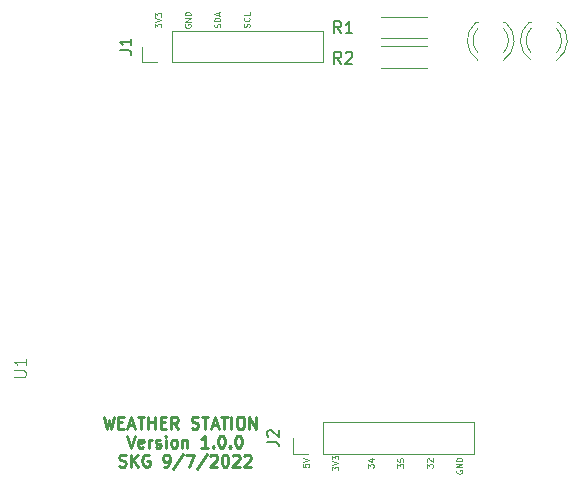
<source format=gto>
G04 #@! TF.GenerationSoftware,KiCad,Pcbnew,6.0.6-3a73a75311~116~ubuntu20.04.1*
G04 #@! TF.CreationDate,2022-07-12T00:27:28+03:00*
G04 #@! TF.ProjectId,weather_station_village,77656174-6865-4725-9f73-746174696f6e,rev?*
G04 #@! TF.SameCoordinates,Original*
G04 #@! TF.FileFunction,Legend,Top*
G04 #@! TF.FilePolarity,Positive*
%FSLAX46Y46*%
G04 Gerber Fmt 4.6, Leading zero omitted, Abs format (unit mm)*
G04 Created by KiCad (PCBNEW 6.0.6-3a73a75311~116~ubuntu20.04.1) date 2022-07-12 00:27:28*
%MOMM*%
%LPD*%
G01*
G04 APERTURE LIST*
%ADD10C,0.125000*%
%ADD11C,0.250000*%
%ADD12C,0.150000*%
%ADD13C,0.015000*%
%ADD14C,0.120000*%
%ADD15C,2.000000*%
%ADD16R,1.700000X1.700000*%
%ADD17O,1.700000X1.700000*%
%ADD18R,1.560000X1.560000*%
%ADD19C,1.560000*%
%ADD20C,1.400000*%
%ADD21O,1.400000X1.400000*%
%ADD22R,1.800000X1.800000*%
%ADD23C,1.800000*%
G04 APERTURE END LIST*
D10*
X4300000Y-19480952D02*
X4276190Y-19528571D01*
X4276190Y-19600000D01*
X4300000Y-19671428D01*
X4347619Y-19719047D01*
X4395238Y-19742857D01*
X4490476Y-19766666D01*
X4561904Y-19766666D01*
X4657142Y-19742857D01*
X4704761Y-19719047D01*
X4752380Y-19671428D01*
X4776190Y-19600000D01*
X4776190Y-19552380D01*
X4752380Y-19480952D01*
X4728571Y-19457142D01*
X4561904Y-19457142D01*
X4561904Y-19552380D01*
X4776190Y-19242857D02*
X4276190Y-19242857D01*
X4776190Y-18957142D01*
X4276190Y-18957142D01*
X4776190Y-18719047D02*
X4276190Y-18719047D01*
X4276190Y-18600000D01*
X4300000Y-18528571D01*
X4347619Y-18480952D01*
X4395238Y-18457142D01*
X4490476Y-18433333D01*
X4561904Y-18433333D01*
X4657142Y-18457142D01*
X4704761Y-18480952D01*
X4752380Y-18528571D01*
X4776190Y-18600000D01*
X4776190Y-18719047D01*
D11*
X-25580952Y-14942380D02*
X-25342857Y-15942380D01*
X-25152380Y-15228095D01*
X-24961904Y-15942380D01*
X-24723809Y-14942380D01*
X-24342857Y-15418571D02*
X-24009523Y-15418571D01*
X-23866666Y-15942380D02*
X-24342857Y-15942380D01*
X-24342857Y-14942380D01*
X-23866666Y-14942380D01*
X-23485714Y-15656666D02*
X-23009523Y-15656666D01*
X-23580952Y-15942380D02*
X-23247619Y-14942380D01*
X-22914285Y-15942380D01*
X-22723809Y-14942380D02*
X-22152380Y-14942380D01*
X-22438095Y-15942380D02*
X-22438095Y-14942380D01*
X-21819047Y-15942380D02*
X-21819047Y-14942380D01*
X-21819047Y-15418571D02*
X-21247619Y-15418571D01*
X-21247619Y-15942380D02*
X-21247619Y-14942380D01*
X-20771428Y-15418571D02*
X-20438095Y-15418571D01*
X-20295238Y-15942380D02*
X-20771428Y-15942380D01*
X-20771428Y-14942380D01*
X-20295238Y-14942380D01*
X-19295238Y-15942380D02*
X-19628571Y-15466190D01*
X-19866666Y-15942380D02*
X-19866666Y-14942380D01*
X-19485714Y-14942380D01*
X-19390476Y-14990000D01*
X-19342857Y-15037619D01*
X-19295238Y-15132857D01*
X-19295238Y-15275714D01*
X-19342857Y-15370952D01*
X-19390476Y-15418571D01*
X-19485714Y-15466190D01*
X-19866666Y-15466190D01*
X-18152380Y-15894761D02*
X-18009523Y-15942380D01*
X-17771428Y-15942380D01*
X-17676190Y-15894761D01*
X-17628571Y-15847142D01*
X-17580952Y-15751904D01*
X-17580952Y-15656666D01*
X-17628571Y-15561428D01*
X-17676190Y-15513809D01*
X-17771428Y-15466190D01*
X-17961904Y-15418571D01*
X-18057142Y-15370952D01*
X-18104761Y-15323333D01*
X-18152380Y-15228095D01*
X-18152380Y-15132857D01*
X-18104761Y-15037619D01*
X-18057142Y-14990000D01*
X-17961904Y-14942380D01*
X-17723809Y-14942380D01*
X-17580952Y-14990000D01*
X-17295238Y-14942380D02*
X-16723809Y-14942380D01*
X-17009523Y-15942380D02*
X-17009523Y-14942380D01*
X-16438095Y-15656666D02*
X-15961904Y-15656666D01*
X-16533333Y-15942380D02*
X-16199999Y-14942380D01*
X-15866666Y-15942380D01*
X-15676190Y-14942380D02*
X-15104761Y-14942380D01*
X-15390476Y-15942380D02*
X-15390476Y-14942380D01*
X-14771428Y-15942380D02*
X-14771428Y-14942380D01*
X-14104761Y-14942380D02*
X-13914285Y-14942380D01*
X-13819047Y-14990000D01*
X-13723809Y-15085238D01*
X-13676190Y-15275714D01*
X-13676190Y-15609047D01*
X-13723809Y-15799523D01*
X-13819047Y-15894761D01*
X-13914285Y-15942380D01*
X-14104761Y-15942380D01*
X-14200000Y-15894761D01*
X-14295238Y-15799523D01*
X-14342857Y-15609047D01*
X-14342857Y-15275714D01*
X-14295238Y-15085238D01*
X-14200000Y-14990000D01*
X-14104761Y-14942380D01*
X-13247619Y-15942380D02*
X-13247619Y-14942380D01*
X-12676190Y-15942380D01*
X-12676190Y-14942380D01*
X-23604761Y-16552380D02*
X-23271428Y-17552380D01*
X-22938095Y-16552380D01*
X-22223809Y-17504761D02*
X-22319047Y-17552380D01*
X-22509523Y-17552380D01*
X-22604761Y-17504761D01*
X-22652380Y-17409523D01*
X-22652380Y-17028571D01*
X-22604761Y-16933333D01*
X-22509523Y-16885714D01*
X-22319047Y-16885714D01*
X-22223809Y-16933333D01*
X-22176190Y-17028571D01*
X-22176190Y-17123809D01*
X-22652380Y-17219047D01*
X-21747619Y-17552380D02*
X-21747619Y-16885714D01*
X-21747619Y-17076190D02*
X-21700000Y-16980952D01*
X-21652380Y-16933333D01*
X-21557142Y-16885714D01*
X-21461904Y-16885714D01*
X-21176190Y-17504761D02*
X-21080952Y-17552380D01*
X-20890476Y-17552380D01*
X-20795238Y-17504761D01*
X-20747619Y-17409523D01*
X-20747619Y-17361904D01*
X-20795238Y-17266666D01*
X-20890476Y-17219047D01*
X-21033333Y-17219047D01*
X-21128571Y-17171428D01*
X-21176190Y-17076190D01*
X-21176190Y-17028571D01*
X-21128571Y-16933333D01*
X-21033333Y-16885714D01*
X-20890476Y-16885714D01*
X-20795238Y-16933333D01*
X-20319047Y-17552380D02*
X-20319047Y-16885714D01*
X-20319047Y-16552380D02*
X-20366666Y-16600000D01*
X-20319047Y-16647619D01*
X-20271428Y-16600000D01*
X-20319047Y-16552380D01*
X-20319047Y-16647619D01*
X-19700000Y-17552380D02*
X-19795238Y-17504761D01*
X-19842857Y-17457142D01*
X-19890476Y-17361904D01*
X-19890476Y-17076190D01*
X-19842857Y-16980952D01*
X-19795238Y-16933333D01*
X-19700000Y-16885714D01*
X-19557142Y-16885714D01*
X-19461904Y-16933333D01*
X-19414285Y-16980952D01*
X-19366666Y-17076190D01*
X-19366666Y-17361904D01*
X-19414285Y-17457142D01*
X-19461904Y-17504761D01*
X-19557142Y-17552380D01*
X-19700000Y-17552380D01*
X-18938095Y-16885714D02*
X-18938095Y-17552380D01*
X-18938095Y-16980952D02*
X-18890476Y-16933333D01*
X-18795238Y-16885714D01*
X-18652380Y-16885714D01*
X-18557142Y-16933333D01*
X-18509523Y-17028571D01*
X-18509523Y-17552380D01*
X-16747619Y-17552380D02*
X-17319047Y-17552380D01*
X-17033333Y-17552380D02*
X-17033333Y-16552380D01*
X-17128571Y-16695238D01*
X-17223809Y-16790476D01*
X-17319047Y-16838095D01*
X-16319047Y-17457142D02*
X-16271428Y-17504761D01*
X-16319047Y-17552380D01*
X-16366666Y-17504761D01*
X-16319047Y-17457142D01*
X-16319047Y-17552380D01*
X-15652380Y-16552380D02*
X-15557142Y-16552380D01*
X-15461904Y-16600000D01*
X-15414285Y-16647619D01*
X-15366666Y-16742857D01*
X-15319047Y-16933333D01*
X-15319047Y-17171428D01*
X-15366666Y-17361904D01*
X-15414285Y-17457142D01*
X-15461904Y-17504761D01*
X-15557142Y-17552380D01*
X-15652380Y-17552380D01*
X-15747619Y-17504761D01*
X-15795238Y-17457142D01*
X-15842857Y-17361904D01*
X-15890476Y-17171428D01*
X-15890476Y-16933333D01*
X-15842857Y-16742857D01*
X-15795238Y-16647619D01*
X-15747619Y-16600000D01*
X-15652380Y-16552380D01*
X-14890476Y-17457142D02*
X-14842857Y-17504761D01*
X-14890476Y-17552380D01*
X-14938095Y-17504761D01*
X-14890476Y-17457142D01*
X-14890476Y-17552380D01*
X-14223809Y-16552380D02*
X-14128571Y-16552380D01*
X-14033333Y-16600000D01*
X-13985714Y-16647619D01*
X-13938095Y-16742857D01*
X-13890476Y-16933333D01*
X-13890476Y-17171428D01*
X-13938095Y-17361904D01*
X-13985714Y-17457142D01*
X-14033333Y-17504761D01*
X-14128571Y-17552380D01*
X-14223809Y-17552380D01*
X-14319047Y-17504761D01*
X-14366666Y-17457142D01*
X-14414285Y-17361904D01*
X-14461904Y-17171428D01*
X-14461904Y-16933333D01*
X-14414285Y-16742857D01*
X-14366666Y-16647619D01*
X-14319047Y-16600000D01*
X-14223809Y-16552380D01*
X-24271428Y-19114761D02*
X-24128571Y-19162380D01*
X-23890476Y-19162380D01*
X-23795238Y-19114761D01*
X-23747619Y-19067142D01*
X-23700000Y-18971904D01*
X-23700000Y-18876666D01*
X-23747619Y-18781428D01*
X-23795238Y-18733809D01*
X-23890476Y-18686190D01*
X-24080952Y-18638571D01*
X-24176190Y-18590952D01*
X-24223809Y-18543333D01*
X-24271428Y-18448095D01*
X-24271428Y-18352857D01*
X-24223809Y-18257619D01*
X-24176190Y-18210000D01*
X-24080952Y-18162380D01*
X-23842857Y-18162380D01*
X-23700000Y-18210000D01*
X-23271428Y-19162380D02*
X-23271428Y-18162380D01*
X-22700000Y-19162380D02*
X-23128571Y-18590952D01*
X-22700000Y-18162380D02*
X-23271428Y-18733809D01*
X-21747619Y-18210000D02*
X-21842857Y-18162380D01*
X-21985714Y-18162380D01*
X-22128571Y-18210000D01*
X-22223809Y-18305238D01*
X-22271428Y-18400476D01*
X-22319047Y-18590952D01*
X-22319047Y-18733809D01*
X-22271428Y-18924285D01*
X-22223809Y-19019523D01*
X-22128571Y-19114761D01*
X-21985714Y-19162380D01*
X-21890476Y-19162380D01*
X-21747619Y-19114761D01*
X-21700000Y-19067142D01*
X-21700000Y-18733809D01*
X-21890476Y-18733809D01*
X-20461904Y-19162380D02*
X-20271428Y-19162380D01*
X-20176190Y-19114761D01*
X-20128571Y-19067142D01*
X-20033333Y-18924285D01*
X-19985714Y-18733809D01*
X-19985714Y-18352857D01*
X-20033333Y-18257619D01*
X-20080952Y-18210000D01*
X-20176190Y-18162380D01*
X-20366666Y-18162380D01*
X-20461904Y-18210000D01*
X-20509523Y-18257619D01*
X-20557142Y-18352857D01*
X-20557142Y-18590952D01*
X-20509523Y-18686190D01*
X-20461904Y-18733809D01*
X-20366666Y-18781428D01*
X-20176190Y-18781428D01*
X-20080952Y-18733809D01*
X-20033333Y-18686190D01*
X-19985714Y-18590952D01*
X-18842857Y-18114761D02*
X-19700000Y-19400476D01*
X-18604761Y-18162380D02*
X-17938095Y-18162380D01*
X-18366666Y-19162380D01*
X-16842857Y-18114761D02*
X-17700000Y-19400476D01*
X-16557142Y-18257619D02*
X-16509523Y-18210000D01*
X-16414285Y-18162380D01*
X-16176190Y-18162380D01*
X-16080952Y-18210000D01*
X-16033333Y-18257619D01*
X-15985714Y-18352857D01*
X-15985714Y-18448095D01*
X-16033333Y-18590952D01*
X-16604761Y-19162380D01*
X-15985714Y-19162380D01*
X-15366666Y-18162380D02*
X-15271428Y-18162380D01*
X-15176190Y-18210000D01*
X-15128571Y-18257619D01*
X-15080952Y-18352857D01*
X-15033333Y-18543333D01*
X-15033333Y-18781428D01*
X-15080952Y-18971904D01*
X-15128571Y-19067142D01*
X-15176190Y-19114761D01*
X-15271428Y-19162380D01*
X-15366666Y-19162380D01*
X-15461904Y-19114761D01*
X-15509523Y-19067142D01*
X-15557142Y-18971904D01*
X-15604761Y-18781428D01*
X-15604761Y-18543333D01*
X-15557142Y-18352857D01*
X-15509523Y-18257619D01*
X-15461904Y-18210000D01*
X-15366666Y-18162380D01*
X-14652380Y-18257619D02*
X-14604761Y-18210000D01*
X-14509523Y-18162380D01*
X-14271428Y-18162380D01*
X-14176190Y-18210000D01*
X-14128571Y-18257619D01*
X-14080952Y-18352857D01*
X-14080952Y-18448095D01*
X-14128571Y-18590952D01*
X-14700000Y-19162380D01*
X-14080952Y-19162380D01*
X-13700000Y-18257619D02*
X-13652380Y-18210000D01*
X-13557142Y-18162380D01*
X-13319047Y-18162380D01*
X-13223809Y-18210000D01*
X-13176190Y-18257619D01*
X-13128571Y-18352857D01*
X-13128571Y-18448095D01*
X-13176190Y-18590952D01*
X-13747619Y-19162380D01*
X-13128571Y-19162380D01*
D10*
X-13247619Y18054761D02*
X-13223809Y18126190D01*
X-13223809Y18245238D01*
X-13247619Y18292857D01*
X-13271428Y18316666D01*
X-13319047Y18340476D01*
X-13366666Y18340476D01*
X-13414285Y18316666D01*
X-13438095Y18292857D01*
X-13461904Y18245238D01*
X-13485714Y18150000D01*
X-13509523Y18102380D01*
X-13533333Y18078571D01*
X-13580952Y18054761D01*
X-13628571Y18054761D01*
X-13676190Y18078571D01*
X-13700000Y18102380D01*
X-13723809Y18150000D01*
X-13723809Y18269047D01*
X-13700000Y18340476D01*
X-13271428Y18840476D02*
X-13247619Y18816666D01*
X-13223809Y18745238D01*
X-13223809Y18697619D01*
X-13247619Y18626190D01*
X-13295238Y18578571D01*
X-13342857Y18554761D01*
X-13438095Y18530952D01*
X-13509523Y18530952D01*
X-13604761Y18554761D01*
X-13652380Y18578571D01*
X-13700000Y18626190D01*
X-13723809Y18697619D01*
X-13723809Y18745238D01*
X-13700000Y18816666D01*
X-13676190Y18840476D01*
X-13223809Y19292857D02*
X-13223809Y19054761D01*
X-13723809Y19054761D01*
X-8723809Y-18945238D02*
X-8723809Y-19183333D01*
X-8485714Y-19207142D01*
X-8509523Y-19183333D01*
X-8533333Y-19135714D01*
X-8533333Y-19016666D01*
X-8509523Y-18969047D01*
X-8485714Y-18945238D01*
X-8438095Y-18921428D01*
X-8319047Y-18921428D01*
X-8271428Y-18945238D01*
X-8247619Y-18969047D01*
X-8223809Y-19016666D01*
X-8223809Y-19135714D01*
X-8247619Y-19183333D01*
X-8271428Y-19207142D01*
X-8723809Y-18778571D02*
X-8223809Y-18611904D01*
X-8723809Y-18445238D01*
X1776190Y-19254761D02*
X1776190Y-18945238D01*
X1966666Y-19111904D01*
X1966666Y-19040476D01*
X1990476Y-18992857D01*
X2014285Y-18969047D01*
X2061904Y-18945238D01*
X2180952Y-18945238D01*
X2228571Y-18969047D01*
X2252380Y-18992857D01*
X2276190Y-19040476D01*
X2276190Y-19183333D01*
X2252380Y-19230952D01*
X2228571Y-19254761D01*
X1823809Y-18754761D02*
X1800000Y-18730952D01*
X1776190Y-18683333D01*
X1776190Y-18564285D01*
X1800000Y-18516666D01*
X1823809Y-18492857D01*
X1871428Y-18469047D01*
X1919047Y-18469047D01*
X1990476Y-18492857D01*
X2276190Y-18778571D01*
X2276190Y-18469047D01*
X-723809Y-19254761D02*
X-723809Y-18945238D01*
X-533333Y-19111904D01*
X-533333Y-19040476D01*
X-509523Y-18992857D01*
X-485714Y-18969047D01*
X-438095Y-18945238D01*
X-319047Y-18945238D01*
X-271428Y-18969047D01*
X-247619Y-18992857D01*
X-223809Y-19040476D01*
X-223809Y-19183333D01*
X-247619Y-19230952D01*
X-271428Y-19254761D01*
X-723809Y-18492857D02*
X-723809Y-18730952D01*
X-485714Y-18754761D01*
X-509523Y-18730952D01*
X-533333Y-18683333D01*
X-533333Y-18564285D01*
X-509523Y-18516666D01*
X-485714Y-18492857D01*
X-438095Y-18469047D01*
X-319047Y-18469047D01*
X-271428Y-18492857D01*
X-247619Y-18516666D01*
X-223809Y-18564285D01*
X-223809Y-18683333D01*
X-247619Y-18730952D01*
X-271428Y-18754761D01*
X-21223809Y18030952D02*
X-21223809Y18340476D01*
X-21033333Y18173809D01*
X-21033333Y18245238D01*
X-21009523Y18292857D01*
X-20985714Y18316666D01*
X-20938095Y18340476D01*
X-20819047Y18340476D01*
X-20771428Y18316666D01*
X-20747619Y18292857D01*
X-20723809Y18245238D01*
X-20723809Y18102380D01*
X-20747619Y18054761D01*
X-20771428Y18030952D01*
X-21223809Y18483333D02*
X-20723809Y18650000D01*
X-21223809Y18816666D01*
X-21223809Y18935714D02*
X-21223809Y19245238D01*
X-21033333Y19078571D01*
X-21033333Y19150000D01*
X-21009523Y19197619D01*
X-20985714Y19221428D01*
X-20938095Y19245238D01*
X-20819047Y19245238D01*
X-20771428Y19221428D01*
X-20747619Y19197619D01*
X-20723809Y19150000D01*
X-20723809Y19007142D01*
X-20747619Y18959523D01*
X-20771428Y18935714D01*
X-6223809Y-19469047D02*
X-6223809Y-19159523D01*
X-6033333Y-19326190D01*
X-6033333Y-19254761D01*
X-6009523Y-19207142D01*
X-5985714Y-19183333D01*
X-5938095Y-19159523D01*
X-5819047Y-19159523D01*
X-5771428Y-19183333D01*
X-5747619Y-19207142D01*
X-5723809Y-19254761D01*
X-5723809Y-19397619D01*
X-5747619Y-19445238D01*
X-5771428Y-19469047D01*
X-6223809Y-19016666D02*
X-5723809Y-18850000D01*
X-6223809Y-18683333D01*
X-6223809Y-18564285D02*
X-6223809Y-18254761D01*
X-6033333Y-18421428D01*
X-6033333Y-18350000D01*
X-6009523Y-18302380D01*
X-5985714Y-18278571D01*
X-5938095Y-18254761D01*
X-5819047Y-18254761D01*
X-5771428Y-18278571D01*
X-5747619Y-18302380D01*
X-5723809Y-18350000D01*
X-5723809Y-18492857D01*
X-5747619Y-18540476D01*
X-5771428Y-18564285D01*
X-3223809Y-19254761D02*
X-3223809Y-18945238D01*
X-3033333Y-19111904D01*
X-3033333Y-19040476D01*
X-3009523Y-18992857D01*
X-2985714Y-18969047D01*
X-2938095Y-18945238D01*
X-2819047Y-18945238D01*
X-2771428Y-18969047D01*
X-2747619Y-18992857D01*
X-2723809Y-19040476D01*
X-2723809Y-19183333D01*
X-2747619Y-19230952D01*
X-2771428Y-19254761D01*
X-3057142Y-18516666D02*
X-2723809Y-18516666D01*
X-3247619Y-18635714D02*
X-2890476Y-18754761D01*
X-2890476Y-18445238D01*
X-18700000Y18269047D02*
X-18723809Y18221428D01*
X-18723809Y18150000D01*
X-18700000Y18078571D01*
X-18652380Y18030952D01*
X-18604761Y18007142D01*
X-18509523Y17983333D01*
X-18438095Y17983333D01*
X-18342857Y18007142D01*
X-18295238Y18030952D01*
X-18247619Y18078571D01*
X-18223809Y18150000D01*
X-18223809Y18197619D01*
X-18247619Y18269047D01*
X-18271428Y18292857D01*
X-18438095Y18292857D01*
X-18438095Y18197619D01*
X-18223809Y18507142D02*
X-18723809Y18507142D01*
X-18223809Y18792857D01*
X-18723809Y18792857D01*
X-18223809Y19030952D02*
X-18723809Y19030952D01*
X-18723809Y19150000D01*
X-18700000Y19221428D01*
X-18652380Y19269047D01*
X-18604761Y19292857D01*
X-18509523Y19316666D01*
X-18438095Y19316666D01*
X-18342857Y19292857D01*
X-18295238Y19269047D01*
X-18247619Y19221428D01*
X-18223809Y19150000D01*
X-18223809Y19030952D01*
X-15747619Y18042857D02*
X-15723809Y18114285D01*
X-15723809Y18233333D01*
X-15747619Y18280952D01*
X-15771428Y18304761D01*
X-15819047Y18328571D01*
X-15866666Y18328571D01*
X-15914285Y18304761D01*
X-15938095Y18280952D01*
X-15961904Y18233333D01*
X-15985714Y18138095D01*
X-16009523Y18090476D01*
X-16033333Y18066666D01*
X-16080952Y18042857D01*
X-16128571Y18042857D01*
X-16176190Y18066666D01*
X-16200000Y18090476D01*
X-16223809Y18138095D01*
X-16223809Y18257142D01*
X-16200000Y18328571D01*
X-15723809Y18542857D02*
X-16223809Y18542857D01*
X-16223809Y18661904D01*
X-16200000Y18733333D01*
X-16152380Y18780952D01*
X-16104761Y18804761D01*
X-16009523Y18828571D01*
X-15938095Y18828571D01*
X-15842857Y18804761D01*
X-15795238Y18780952D01*
X-15747619Y18733333D01*
X-15723809Y18661904D01*
X-15723809Y18542857D01*
X-15866666Y19019047D02*
X-15866666Y19257142D01*
X-15723809Y18971428D02*
X-16223809Y19138095D01*
X-15723809Y19304761D01*
D12*
X-11747619Y-17083333D02*
X-11033333Y-17083333D01*
X-10890476Y-17130952D01*
X-10795238Y-17226190D01*
X-10747619Y-17369047D01*
X-10747619Y-17464285D01*
X-11652380Y-16654761D02*
X-11700000Y-16607142D01*
X-11747619Y-16511904D01*
X-11747619Y-16273809D01*
X-11700000Y-16178571D01*
X-11652380Y-16130952D01*
X-11557142Y-16083333D01*
X-11461904Y-16083333D01*
X-11319047Y-16130952D01*
X-10747619Y-16702380D01*
X-10747619Y-16083333D01*
D13*
X-33193875Y-11591373D02*
X-32384039Y-11591373D01*
X-32288764Y-11543736D01*
X-32241126Y-11496099D01*
X-32193489Y-11400824D01*
X-32193489Y-11210274D01*
X-32241126Y-11114999D01*
X-32288764Y-11067362D01*
X-32384039Y-11019724D01*
X-33193875Y-11019724D01*
X-32193489Y-10019338D02*
X-32193489Y-10590987D01*
X-32193489Y-10305163D02*
X-33193875Y-10305163D01*
X-33050963Y-10400438D01*
X-32955688Y-10495713D01*
X-32908050Y-10590987D01*
D12*
X-5486666Y14947619D02*
X-5820000Y15423809D01*
X-6058095Y14947619D02*
X-6058095Y15947619D01*
X-5677142Y15947619D01*
X-5581904Y15900000D01*
X-5534285Y15852380D01*
X-5486666Y15757142D01*
X-5486666Y15614285D01*
X-5534285Y15519047D01*
X-5581904Y15471428D01*
X-5677142Y15423809D01*
X-6058095Y15423809D01*
X-5105714Y15852380D02*
X-5058095Y15900000D01*
X-4962857Y15947619D01*
X-4724761Y15947619D01*
X-4629523Y15900000D01*
X-4581904Y15852380D01*
X-4534285Y15757142D01*
X-4534285Y15661904D01*
X-4581904Y15519047D01*
X-5153333Y14947619D01*
X-4534285Y14947619D01*
X-24247619Y16066666D02*
X-23533333Y16066666D01*
X-23390476Y16019047D01*
X-23295238Y15923809D01*
X-23247619Y15780952D01*
X-23247619Y15685714D01*
X-23247619Y17066666D02*
X-23247619Y16495238D01*
X-23247619Y16780952D02*
X-24247619Y16780952D01*
X-24104761Y16685714D01*
X-24009523Y16590476D01*
X-23961904Y16495238D01*
X-5486666Y17547619D02*
X-5820000Y18023809D01*
X-6058095Y17547619D02*
X-6058095Y18547619D01*
X-5677142Y18547619D01*
X-5581904Y18500000D01*
X-5534285Y18452380D01*
X-5486666Y18357142D01*
X-5486666Y18214285D01*
X-5534285Y18119047D01*
X-5581904Y18071428D01*
X-5677142Y18023809D01*
X-6058095Y18023809D01*
X-4534285Y17547619D02*
X-5105714Y17547619D01*
X-4820000Y17547619D02*
X-4820000Y18547619D01*
X-4915238Y18404761D01*
X-5010476Y18309523D01*
X-5105714Y18261904D01*
D14*
X-6980000Y-18080000D02*
X-6980000Y-15420000D01*
X-6980000Y-15420000D02*
X5780000Y-15420000D01*
X5780000Y-18080000D02*
X5780000Y-15420000D01*
X-6980000Y-18080000D02*
X5780000Y-18080000D01*
X-8250000Y-18080000D02*
X-9580000Y-18080000D01*
X-9580000Y-18080000D02*
X-9580000Y-16750000D01*
X1760000Y14580000D02*
X-2080000Y14580000D01*
X1760000Y16420000D02*
X-2080000Y16420000D01*
X10600000Y18465000D02*
X10444000Y18465000D01*
X12916000Y18465000D02*
X12760000Y18465000D01*
X10600000Y17945961D02*
G75*
G03*
X10600163Y15863870I1080000J-1040961D01*
G01*
X10444484Y18465000D02*
G75*
G03*
X10601392Y15232665I1235516J-1560000D01*
G01*
X12759837Y15863870D02*
G75*
G03*
X12760000Y17945961I-1079837J1041130D01*
G01*
X12758608Y15232665D02*
G75*
G03*
X12915516Y18465000I-1078608J1672335D01*
G01*
X-7020000Y15070000D02*
X-7020000Y17730000D01*
X-19780000Y15070000D02*
X-7020000Y15070000D01*
X-19780000Y17730000D02*
X-7020000Y17730000D01*
X-22380000Y15070000D02*
X-22380000Y16400000D01*
X-21050000Y15070000D02*
X-22380000Y15070000D01*
X-19780000Y15070000D02*
X-19780000Y17730000D01*
X-2080000Y17080000D02*
X1760000Y17080000D01*
X-2080000Y18920000D02*
X1760000Y18920000D01*
X8416000Y18465000D02*
X8260000Y18465000D01*
X6100000Y18465000D02*
X5944000Y18465000D01*
X6100000Y17945961D02*
G75*
G03*
X6100163Y15863870I1080000J-1040961D01*
G01*
X8258608Y15232665D02*
G75*
G03*
X8415516Y18465000I-1078608J1672335D01*
G01*
X5944484Y18465000D02*
G75*
G03*
X6101392Y15232665I1235516J-1560000D01*
G01*
X8259837Y15863870D02*
G75*
G03*
X8260000Y17945961I-1079837J1041130D01*
G01*
%LPC*%
D15*
X-29000000Y17000000D03*
D16*
X-8250000Y-16750000D03*
D17*
X-5710000Y-16750000D03*
X-3170000Y-16750000D03*
X-630000Y-16750000D03*
X1910000Y-16750000D03*
X4450000Y-16750000D03*
D15*
X-29000000Y-17000000D03*
X21000000Y17000000D03*
D18*
X-23960000Y-12700000D03*
D19*
X-21420000Y-12700000D03*
X-18880000Y-12700000D03*
X-16340000Y-12700000D03*
X-13800000Y-12700000D03*
X-11260000Y-12700000D03*
X-8720000Y-12700000D03*
X-6180000Y-12700000D03*
X-3640000Y-12700000D03*
X-1100000Y-12700000D03*
X1440000Y-12700000D03*
X3980000Y-12700000D03*
X6520000Y-12700000D03*
X9060000Y-12700000D03*
X11600000Y-12700000D03*
X14140000Y-12700000D03*
X16680000Y-12700000D03*
X19220000Y-12700000D03*
X21760000Y-12700000D03*
X-23960000Y12700000D03*
X-21420000Y12700000D03*
X-18880000Y12700000D03*
X-16340000Y12700000D03*
X-13800000Y12700000D03*
X-11260000Y12700000D03*
X-8720000Y12700000D03*
X-6180000Y12700000D03*
X-3640000Y12700000D03*
X-1100000Y12700000D03*
X1440000Y12700000D03*
X3980000Y12700000D03*
X6520000Y12700000D03*
X9060000Y12700000D03*
X11600000Y12700000D03*
X14140000Y12700000D03*
X16680000Y12700000D03*
X19220000Y12700000D03*
X21760000Y12700000D03*
D15*
X21000000Y-17000000D03*
D20*
X2380000Y15500000D03*
D21*
X-2700000Y15500000D03*
D22*
X11680000Y18175000D03*
D23*
X11680000Y15635000D03*
D16*
X-21050000Y16400000D03*
D17*
X-18510000Y16400000D03*
X-15970000Y16400000D03*
X-13430000Y16400000D03*
X-10890000Y16400000D03*
X-8350000Y16400000D03*
D20*
X-2700000Y18000000D03*
D21*
X2380000Y18000000D03*
D22*
X7180000Y18175000D03*
D23*
X7180000Y15635000D03*
M02*

</source>
